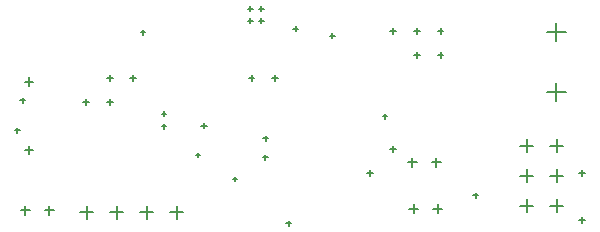
<source format=gbr>
G04*
G04 #@! TF.GenerationSoftware,Altium Limited,Altium Designer,24.2.2 (26)*
G04*
G04 Layer_Color=128*
%FSLAX44Y44*%
%MOMM*%
G71*
G04*
G04 #@! TF.SameCoordinates,200C4C84-4450-49E8-9A81-A87B66CA8C1A*
G04*
G04*
G04 #@! TF.FilePolarity,Positive*
G04*
G01*
G75*
%ADD16C,0.1270*%
D16*
X59510Y70360D02*
X66510D01*
X63010Y66860D02*
Y73860D01*
X59510Y128160D02*
X66510D01*
X63010Y124660D02*
Y131660D01*
X504410Y48260D02*
X515410D01*
X509910Y42760D02*
Y53760D01*
X479010Y22860D02*
X490010D01*
X484510Y17360D02*
Y28360D01*
X479010Y48260D02*
X490010D01*
X484510Y42760D02*
Y53760D01*
X479010Y73660D02*
X490010D01*
X484510Y68160D02*
Y79160D01*
X504410Y73660D02*
X515410D01*
X509910Y68160D02*
Y79160D01*
X504410Y22860D02*
X515410D01*
X509910Y17360D02*
Y28360D01*
X403860Y59690D02*
X411480D01*
X407670Y55880D02*
Y63500D01*
X383540Y59690D02*
X391160D01*
X387350Y55880D02*
Y63500D01*
X55880Y19050D02*
X63500D01*
X59690Y15240D02*
Y22860D01*
X76200Y19050D02*
X83820D01*
X80010Y15240D02*
Y22860D01*
X405130Y20320D02*
X412750D01*
X408940Y16510D02*
Y24130D01*
X384810Y20320D02*
X392430D01*
X388620Y16510D02*
Y24130D01*
X501270Y170180D02*
X517270D01*
X509270Y162180D02*
Y178180D01*
X501270Y119380D02*
X517270D01*
X509270Y111380D02*
Y127380D01*
X157060Y17526D02*
X168060D01*
X162560Y12026D02*
Y23026D01*
X182460Y17526D02*
X193460D01*
X187960Y12026D02*
Y23026D01*
X131660Y17526D02*
X142660D01*
X137160Y12026D02*
Y23026D01*
X106260Y17526D02*
X117260D01*
X111760Y12026D02*
Y23026D01*
X438944Y31750D02*
X442944D01*
X440944Y29750D02*
Y33750D01*
X280702Y8128D02*
X284702D01*
X282702Y6128D02*
Y10128D01*
X261144Y80010D02*
X265144D01*
X263144Y78010D02*
Y82010D01*
X528811Y50981D02*
X533811D01*
X531311Y48481D02*
Y53481D01*
X528811Y10981D02*
X533811D01*
X531311Y8481D02*
Y13481D01*
X408811Y170981D02*
X413811D01*
X411311Y168481D02*
Y173481D01*
X408811Y150981D02*
X413811D01*
X411311Y148481D02*
Y153481D01*
X388811Y170981D02*
X393811D01*
X391311Y168481D02*
Y173481D01*
X388811Y150981D02*
X393811D01*
X391311Y148481D02*
Y153481D01*
X368811Y170981D02*
X373811D01*
X371311Y168481D02*
Y173481D01*
X368811Y70981D02*
X373811D01*
X371311Y68481D02*
Y73481D01*
X348811Y50981D02*
X353811D01*
X351311Y48481D02*
Y53481D01*
X268811Y130981D02*
X273811D01*
X271311Y128481D02*
Y133481D01*
X248811Y130981D02*
X253811D01*
X251311Y128481D02*
Y133481D01*
X208811Y90981D02*
X213811D01*
X211311Y88481D02*
Y93481D01*
X148811Y130981D02*
X153811D01*
X151311Y128481D02*
Y133481D01*
X128811Y130981D02*
X133811D01*
X131311Y128481D02*
Y133481D01*
X128811Y110981D02*
X133811D01*
X131311Y108481D02*
Y113481D01*
X108811Y110981D02*
X113811D01*
X111311Y108481D02*
Y113481D01*
X248190Y179832D02*
X252190D01*
X250190Y177832D02*
Y181832D01*
X257588Y179832D02*
X261588D01*
X259588Y177832D02*
Y181832D01*
X257588Y189738D02*
X261588D01*
X259588Y187738D02*
Y191738D01*
X248190Y189738D02*
X252190D01*
X250190Y187738D02*
Y191738D01*
X286798Y172974D02*
X290798D01*
X288798Y170974D02*
Y174974D01*
X175292Y90170D02*
X179292D01*
X177292Y88170D02*
Y92170D01*
X175292Y101092D02*
X179292D01*
X177292Y99092D02*
Y103092D01*
X203925Y66030D02*
X207925D01*
X205925Y64030D02*
Y68030D01*
X157512Y169926D02*
X161512D01*
X159512Y167926D02*
Y171926D01*
X362236Y98806D02*
X366236D01*
X364236Y96806D02*
Y100806D01*
X317786Y166878D02*
X321786D01*
X319786Y164878D02*
Y168878D01*
X55658Y112268D02*
X59658D01*
X57658Y110268D02*
Y114268D01*
X51086Y86868D02*
X55086D01*
X53086Y84868D02*
Y88868D01*
X235236Y45720D02*
X239236D01*
X237236Y43720D02*
Y47720D01*
X260890Y64008D02*
X264890D01*
X262890Y62008D02*
Y66008D01*
M02*

</source>
